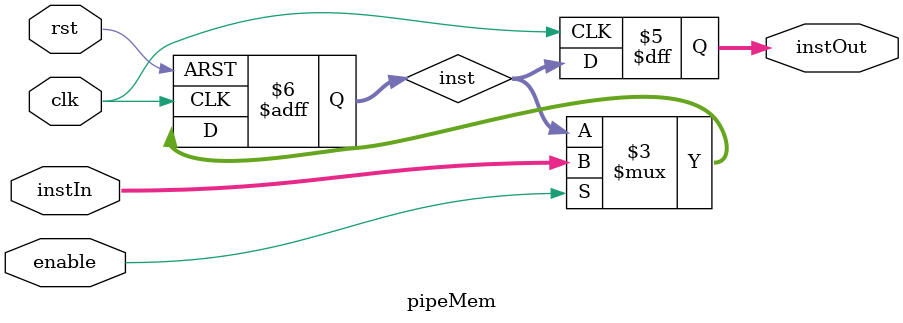
<source format=sv>
module pipeMem(
	input logic clk,
	input logic rst,
	input logic enable,
	
	input logic [0:31] instIn,
	output logic [0:31] instOut
);

logic [0:31] inst;

always_ff @(posedge clk or posedge rst)
begin 
	if(rst)
		inst <= 0;
	else
		if(enable)
			inst <= instIn;
end

always_ff @(negedge clk)
begin 
	instOut <= inst;
end

endmodule 

</source>
